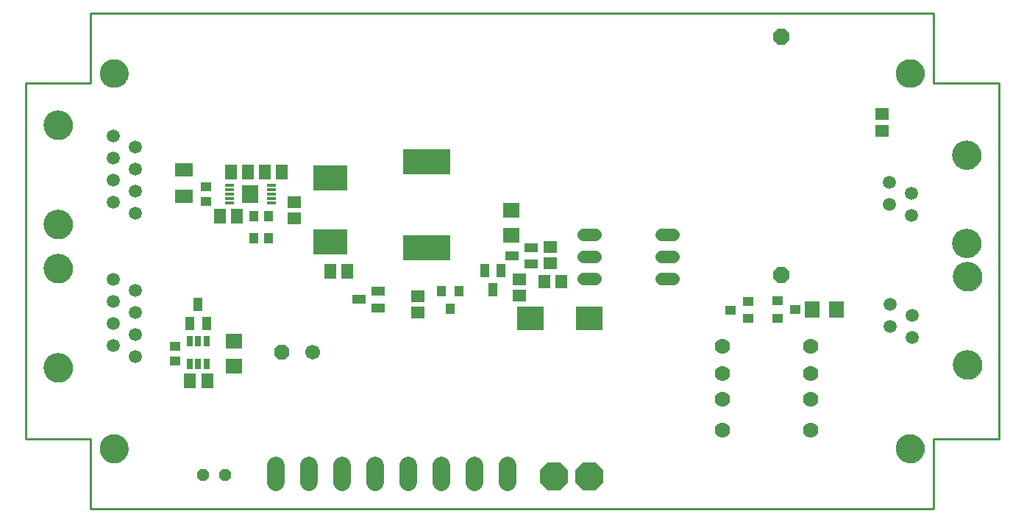
<source format=gts>
G75*
%MOIN*%
%OFA0B0*%
%FSLAX24Y24*%
%IPPOS*%
%LPD*%
%AMOC8*
5,1,8,0,0,1.08239X$1,22.5*
%
%ADD10C,0.0100*%
%ADD11C,0.0000*%
%ADD12C,0.1300*%
%ADD13R,0.0440X0.0160*%
%ADD14R,0.0720X0.0790*%
%ADD15R,0.0552X0.0670*%
%ADD16R,0.0473X0.0434*%
%ADD17R,0.0827X0.0631*%
%ADD18R,0.2166X0.1182*%
%ADD19R,0.1536X0.1142*%
%ADD20R,0.0631X0.0552*%
%ADD21R,0.0434X0.0473*%
%ADD22C,0.0590*%
%ADD23C,0.1320*%
%ADD24OC8,0.0745*%
%ADD25R,0.0670X0.0750*%
%ADD26R,0.0512X0.0434*%
%ADD27C,0.0700*%
%ADD28C,0.0560*%
%ADD29R,0.0552X0.0631*%
%ADD30R,0.0591X0.0434*%
%ADD31R,0.0750X0.0670*%
%ADD32R,0.0434X0.0591*%
%ADD33C,0.0808*%
%ADD34OC8,0.1290*%
%ADD35OC8,0.0560*%
%ADD36R,0.0276X0.0473*%
%ADD37R,0.1201X0.1103*%
%ADD38OC8,0.0670*%
%ADD39C,0.0670*%
%ADD40R,0.0434X0.0512*%
D10*
X004668Y002075D02*
X042857Y002075D01*
X042857Y005224D01*
X045810Y005224D01*
X045810Y021366D01*
X042857Y021366D01*
X042857Y024516D01*
X004668Y024516D01*
X004668Y021366D01*
X001715Y021366D01*
X001715Y005224D01*
X004668Y005224D01*
X004668Y002075D01*
D11*
X005091Y004781D02*
X005093Y004831D01*
X005099Y004881D01*
X005109Y004930D01*
X005123Y004978D01*
X005140Y005025D01*
X005161Y005070D01*
X005186Y005114D01*
X005214Y005155D01*
X005246Y005194D01*
X005280Y005231D01*
X005317Y005265D01*
X005357Y005295D01*
X005399Y005322D01*
X005443Y005346D01*
X005489Y005367D01*
X005536Y005383D01*
X005584Y005396D01*
X005634Y005405D01*
X005683Y005410D01*
X005734Y005411D01*
X005784Y005408D01*
X005833Y005401D01*
X005882Y005390D01*
X005930Y005375D01*
X005976Y005357D01*
X006021Y005335D01*
X006064Y005309D01*
X006105Y005280D01*
X006144Y005248D01*
X006180Y005213D01*
X006212Y005175D01*
X006242Y005135D01*
X006269Y005092D01*
X006292Y005048D01*
X006311Y005002D01*
X006327Y004954D01*
X006339Y004905D01*
X006347Y004856D01*
X006351Y004806D01*
X006351Y004756D01*
X006347Y004706D01*
X006339Y004657D01*
X006327Y004608D01*
X006311Y004560D01*
X006292Y004514D01*
X006269Y004470D01*
X006242Y004427D01*
X006212Y004387D01*
X006180Y004349D01*
X006144Y004314D01*
X006105Y004282D01*
X006064Y004253D01*
X006021Y004227D01*
X005976Y004205D01*
X005930Y004187D01*
X005882Y004172D01*
X005833Y004161D01*
X005784Y004154D01*
X005734Y004151D01*
X005683Y004152D01*
X005634Y004157D01*
X005584Y004166D01*
X005536Y004179D01*
X005489Y004195D01*
X005443Y004216D01*
X005399Y004240D01*
X005357Y004267D01*
X005317Y004297D01*
X005280Y004331D01*
X005246Y004368D01*
X005214Y004407D01*
X005186Y004448D01*
X005161Y004492D01*
X005140Y004537D01*
X005123Y004584D01*
X005109Y004632D01*
X005099Y004681D01*
X005093Y004731D01*
X005091Y004781D01*
X002550Y008452D02*
X002552Y008502D01*
X002558Y008552D01*
X002568Y008601D01*
X002581Y008650D01*
X002599Y008697D01*
X002620Y008743D01*
X002644Y008786D01*
X002672Y008828D01*
X002703Y008868D01*
X002737Y008905D01*
X002774Y008939D01*
X002814Y008970D01*
X002856Y008998D01*
X002899Y009022D01*
X002945Y009043D01*
X002992Y009061D01*
X003041Y009074D01*
X003090Y009084D01*
X003140Y009090D01*
X003190Y009092D01*
X003240Y009090D01*
X003290Y009084D01*
X003339Y009074D01*
X003388Y009061D01*
X003435Y009043D01*
X003481Y009022D01*
X003524Y008998D01*
X003566Y008970D01*
X003606Y008939D01*
X003643Y008905D01*
X003677Y008868D01*
X003708Y008828D01*
X003736Y008786D01*
X003760Y008743D01*
X003781Y008697D01*
X003799Y008650D01*
X003812Y008601D01*
X003822Y008552D01*
X003828Y008502D01*
X003830Y008452D01*
X003828Y008402D01*
X003822Y008352D01*
X003812Y008303D01*
X003799Y008254D01*
X003781Y008207D01*
X003760Y008161D01*
X003736Y008118D01*
X003708Y008076D01*
X003677Y008036D01*
X003643Y007999D01*
X003606Y007965D01*
X003566Y007934D01*
X003524Y007906D01*
X003481Y007882D01*
X003435Y007861D01*
X003388Y007843D01*
X003339Y007830D01*
X003290Y007820D01*
X003240Y007814D01*
X003190Y007812D01*
X003140Y007814D01*
X003090Y007820D01*
X003041Y007830D01*
X002992Y007843D01*
X002945Y007861D01*
X002899Y007882D01*
X002856Y007906D01*
X002814Y007934D01*
X002774Y007965D01*
X002737Y007999D01*
X002703Y008036D01*
X002672Y008076D01*
X002644Y008118D01*
X002620Y008161D01*
X002599Y008207D01*
X002581Y008254D01*
X002568Y008303D01*
X002558Y008352D01*
X002552Y008402D01*
X002550Y008452D01*
X002550Y012952D02*
X002552Y013002D01*
X002558Y013052D01*
X002568Y013101D01*
X002581Y013150D01*
X002599Y013197D01*
X002620Y013243D01*
X002644Y013286D01*
X002672Y013328D01*
X002703Y013368D01*
X002737Y013405D01*
X002774Y013439D01*
X002814Y013470D01*
X002856Y013498D01*
X002899Y013522D01*
X002945Y013543D01*
X002992Y013561D01*
X003041Y013574D01*
X003090Y013584D01*
X003140Y013590D01*
X003190Y013592D01*
X003240Y013590D01*
X003290Y013584D01*
X003339Y013574D01*
X003388Y013561D01*
X003435Y013543D01*
X003481Y013522D01*
X003524Y013498D01*
X003566Y013470D01*
X003606Y013439D01*
X003643Y013405D01*
X003677Y013368D01*
X003708Y013328D01*
X003736Y013286D01*
X003760Y013243D01*
X003781Y013197D01*
X003799Y013150D01*
X003812Y013101D01*
X003822Y013052D01*
X003828Y013002D01*
X003830Y012952D01*
X003828Y012902D01*
X003822Y012852D01*
X003812Y012803D01*
X003799Y012754D01*
X003781Y012707D01*
X003760Y012661D01*
X003736Y012618D01*
X003708Y012576D01*
X003677Y012536D01*
X003643Y012499D01*
X003606Y012465D01*
X003566Y012434D01*
X003524Y012406D01*
X003481Y012382D01*
X003435Y012361D01*
X003388Y012343D01*
X003339Y012330D01*
X003290Y012320D01*
X003240Y012314D01*
X003190Y012312D01*
X003140Y012314D01*
X003090Y012320D01*
X003041Y012330D01*
X002992Y012343D01*
X002945Y012361D01*
X002899Y012382D01*
X002856Y012406D01*
X002814Y012434D01*
X002774Y012465D01*
X002737Y012499D01*
X002703Y012536D01*
X002672Y012576D01*
X002644Y012618D01*
X002620Y012661D01*
X002599Y012707D01*
X002581Y012754D01*
X002568Y012803D01*
X002558Y012852D01*
X002552Y012902D01*
X002550Y012952D01*
X002550Y014952D02*
X002552Y015002D01*
X002558Y015052D01*
X002568Y015101D01*
X002581Y015150D01*
X002599Y015197D01*
X002620Y015243D01*
X002644Y015286D01*
X002672Y015328D01*
X002703Y015368D01*
X002737Y015405D01*
X002774Y015439D01*
X002814Y015470D01*
X002856Y015498D01*
X002899Y015522D01*
X002945Y015543D01*
X002992Y015561D01*
X003041Y015574D01*
X003090Y015584D01*
X003140Y015590D01*
X003190Y015592D01*
X003240Y015590D01*
X003290Y015584D01*
X003339Y015574D01*
X003388Y015561D01*
X003435Y015543D01*
X003481Y015522D01*
X003524Y015498D01*
X003566Y015470D01*
X003606Y015439D01*
X003643Y015405D01*
X003677Y015368D01*
X003708Y015328D01*
X003736Y015286D01*
X003760Y015243D01*
X003781Y015197D01*
X003799Y015150D01*
X003812Y015101D01*
X003822Y015052D01*
X003828Y015002D01*
X003830Y014952D01*
X003828Y014902D01*
X003822Y014852D01*
X003812Y014803D01*
X003799Y014754D01*
X003781Y014707D01*
X003760Y014661D01*
X003736Y014618D01*
X003708Y014576D01*
X003677Y014536D01*
X003643Y014499D01*
X003606Y014465D01*
X003566Y014434D01*
X003524Y014406D01*
X003481Y014382D01*
X003435Y014361D01*
X003388Y014343D01*
X003339Y014330D01*
X003290Y014320D01*
X003240Y014314D01*
X003190Y014312D01*
X003140Y014314D01*
X003090Y014320D01*
X003041Y014330D01*
X002992Y014343D01*
X002945Y014361D01*
X002899Y014382D01*
X002856Y014406D01*
X002814Y014434D01*
X002774Y014465D01*
X002737Y014499D01*
X002703Y014536D01*
X002672Y014576D01*
X002644Y014618D01*
X002620Y014661D01*
X002599Y014707D01*
X002581Y014754D01*
X002568Y014803D01*
X002558Y014852D01*
X002552Y014902D01*
X002550Y014952D01*
X002550Y019452D02*
X002552Y019502D01*
X002558Y019552D01*
X002568Y019601D01*
X002581Y019650D01*
X002599Y019697D01*
X002620Y019743D01*
X002644Y019786D01*
X002672Y019828D01*
X002703Y019868D01*
X002737Y019905D01*
X002774Y019939D01*
X002814Y019970D01*
X002856Y019998D01*
X002899Y020022D01*
X002945Y020043D01*
X002992Y020061D01*
X003041Y020074D01*
X003090Y020084D01*
X003140Y020090D01*
X003190Y020092D01*
X003240Y020090D01*
X003290Y020084D01*
X003339Y020074D01*
X003388Y020061D01*
X003435Y020043D01*
X003481Y020022D01*
X003524Y019998D01*
X003566Y019970D01*
X003606Y019939D01*
X003643Y019905D01*
X003677Y019868D01*
X003708Y019828D01*
X003736Y019786D01*
X003760Y019743D01*
X003781Y019697D01*
X003799Y019650D01*
X003812Y019601D01*
X003822Y019552D01*
X003828Y019502D01*
X003830Y019452D01*
X003828Y019402D01*
X003822Y019352D01*
X003812Y019303D01*
X003799Y019254D01*
X003781Y019207D01*
X003760Y019161D01*
X003736Y019118D01*
X003708Y019076D01*
X003677Y019036D01*
X003643Y018999D01*
X003606Y018965D01*
X003566Y018934D01*
X003524Y018906D01*
X003481Y018882D01*
X003435Y018861D01*
X003388Y018843D01*
X003339Y018830D01*
X003290Y018820D01*
X003240Y018814D01*
X003190Y018812D01*
X003140Y018814D01*
X003090Y018820D01*
X003041Y018830D01*
X002992Y018843D01*
X002945Y018861D01*
X002899Y018882D01*
X002856Y018906D01*
X002814Y018934D01*
X002774Y018965D01*
X002737Y018999D01*
X002703Y019036D01*
X002672Y019076D01*
X002644Y019118D01*
X002620Y019161D01*
X002599Y019207D01*
X002581Y019254D01*
X002568Y019303D01*
X002558Y019352D01*
X002552Y019402D01*
X002550Y019452D01*
X005091Y021809D02*
X005093Y021859D01*
X005099Y021909D01*
X005109Y021958D01*
X005123Y022006D01*
X005140Y022053D01*
X005161Y022098D01*
X005186Y022142D01*
X005214Y022183D01*
X005246Y022222D01*
X005280Y022259D01*
X005317Y022293D01*
X005357Y022323D01*
X005399Y022350D01*
X005443Y022374D01*
X005489Y022395D01*
X005536Y022411D01*
X005584Y022424D01*
X005634Y022433D01*
X005683Y022438D01*
X005734Y022439D01*
X005784Y022436D01*
X005833Y022429D01*
X005882Y022418D01*
X005930Y022403D01*
X005976Y022385D01*
X006021Y022363D01*
X006064Y022337D01*
X006105Y022308D01*
X006144Y022276D01*
X006180Y022241D01*
X006212Y022203D01*
X006242Y022163D01*
X006269Y022120D01*
X006292Y022076D01*
X006311Y022030D01*
X006327Y021982D01*
X006339Y021933D01*
X006347Y021884D01*
X006351Y021834D01*
X006351Y021784D01*
X006347Y021734D01*
X006339Y021685D01*
X006327Y021636D01*
X006311Y021588D01*
X006292Y021542D01*
X006269Y021498D01*
X006242Y021455D01*
X006212Y021415D01*
X006180Y021377D01*
X006144Y021342D01*
X006105Y021310D01*
X006064Y021281D01*
X006021Y021255D01*
X005976Y021233D01*
X005930Y021215D01*
X005882Y021200D01*
X005833Y021189D01*
X005784Y021182D01*
X005734Y021179D01*
X005683Y021180D01*
X005634Y021185D01*
X005584Y021194D01*
X005536Y021207D01*
X005489Y021223D01*
X005443Y021244D01*
X005399Y021268D01*
X005357Y021295D01*
X005317Y021325D01*
X005280Y021359D01*
X005246Y021396D01*
X005214Y021435D01*
X005186Y021476D01*
X005161Y021520D01*
X005140Y021565D01*
X005123Y021612D01*
X005109Y021660D01*
X005099Y021709D01*
X005093Y021759D01*
X005091Y021809D01*
X041174Y021809D02*
X041176Y021859D01*
X041182Y021909D01*
X041192Y021958D01*
X041206Y022006D01*
X041223Y022053D01*
X041244Y022098D01*
X041269Y022142D01*
X041297Y022183D01*
X041329Y022222D01*
X041363Y022259D01*
X041400Y022293D01*
X041440Y022323D01*
X041482Y022350D01*
X041526Y022374D01*
X041572Y022395D01*
X041619Y022411D01*
X041667Y022424D01*
X041717Y022433D01*
X041766Y022438D01*
X041817Y022439D01*
X041867Y022436D01*
X041916Y022429D01*
X041965Y022418D01*
X042013Y022403D01*
X042059Y022385D01*
X042104Y022363D01*
X042147Y022337D01*
X042188Y022308D01*
X042227Y022276D01*
X042263Y022241D01*
X042295Y022203D01*
X042325Y022163D01*
X042352Y022120D01*
X042375Y022076D01*
X042394Y022030D01*
X042410Y021982D01*
X042422Y021933D01*
X042430Y021884D01*
X042434Y021834D01*
X042434Y021784D01*
X042430Y021734D01*
X042422Y021685D01*
X042410Y021636D01*
X042394Y021588D01*
X042375Y021542D01*
X042352Y021498D01*
X042325Y021455D01*
X042295Y021415D01*
X042263Y021377D01*
X042227Y021342D01*
X042188Y021310D01*
X042147Y021281D01*
X042104Y021255D01*
X042059Y021233D01*
X042013Y021215D01*
X041965Y021200D01*
X041916Y021189D01*
X041867Y021182D01*
X041817Y021179D01*
X041766Y021180D01*
X041717Y021185D01*
X041667Y021194D01*
X041619Y021207D01*
X041572Y021223D01*
X041526Y021244D01*
X041482Y021268D01*
X041440Y021295D01*
X041400Y021325D01*
X041363Y021359D01*
X041329Y021396D01*
X041297Y021435D01*
X041269Y021476D01*
X041244Y021520D01*
X041223Y021565D01*
X041206Y021612D01*
X041192Y021660D01*
X041182Y021709D01*
X041176Y021759D01*
X041174Y021809D01*
X043718Y018102D02*
X043720Y018152D01*
X043726Y018202D01*
X043736Y018251D01*
X043749Y018300D01*
X043767Y018347D01*
X043788Y018393D01*
X043812Y018436D01*
X043840Y018478D01*
X043871Y018518D01*
X043905Y018555D01*
X043942Y018589D01*
X043982Y018620D01*
X044024Y018648D01*
X044067Y018672D01*
X044113Y018693D01*
X044160Y018711D01*
X044209Y018724D01*
X044258Y018734D01*
X044308Y018740D01*
X044358Y018742D01*
X044408Y018740D01*
X044458Y018734D01*
X044507Y018724D01*
X044556Y018711D01*
X044603Y018693D01*
X044649Y018672D01*
X044692Y018648D01*
X044734Y018620D01*
X044774Y018589D01*
X044811Y018555D01*
X044845Y018518D01*
X044876Y018478D01*
X044904Y018436D01*
X044928Y018393D01*
X044949Y018347D01*
X044967Y018300D01*
X044980Y018251D01*
X044990Y018202D01*
X044996Y018152D01*
X044998Y018102D01*
X044996Y018052D01*
X044990Y018002D01*
X044980Y017953D01*
X044967Y017904D01*
X044949Y017857D01*
X044928Y017811D01*
X044904Y017768D01*
X044876Y017726D01*
X044845Y017686D01*
X044811Y017649D01*
X044774Y017615D01*
X044734Y017584D01*
X044692Y017556D01*
X044649Y017532D01*
X044603Y017511D01*
X044556Y017493D01*
X044507Y017480D01*
X044458Y017470D01*
X044408Y017464D01*
X044358Y017462D01*
X044308Y017464D01*
X044258Y017470D01*
X044209Y017480D01*
X044160Y017493D01*
X044113Y017511D01*
X044067Y017532D01*
X044024Y017556D01*
X043982Y017584D01*
X043942Y017615D01*
X043905Y017649D01*
X043871Y017686D01*
X043840Y017726D01*
X043812Y017768D01*
X043788Y017811D01*
X043767Y017857D01*
X043749Y017904D01*
X043736Y017953D01*
X043726Y018002D01*
X043720Y018052D01*
X043718Y018102D01*
X043718Y014102D02*
X043720Y014152D01*
X043726Y014202D01*
X043736Y014251D01*
X043749Y014300D01*
X043767Y014347D01*
X043788Y014393D01*
X043812Y014436D01*
X043840Y014478D01*
X043871Y014518D01*
X043905Y014555D01*
X043942Y014589D01*
X043982Y014620D01*
X044024Y014648D01*
X044067Y014672D01*
X044113Y014693D01*
X044160Y014711D01*
X044209Y014724D01*
X044258Y014734D01*
X044308Y014740D01*
X044358Y014742D01*
X044408Y014740D01*
X044458Y014734D01*
X044507Y014724D01*
X044556Y014711D01*
X044603Y014693D01*
X044649Y014672D01*
X044692Y014648D01*
X044734Y014620D01*
X044774Y014589D01*
X044811Y014555D01*
X044845Y014518D01*
X044876Y014478D01*
X044904Y014436D01*
X044928Y014393D01*
X044949Y014347D01*
X044967Y014300D01*
X044980Y014251D01*
X044990Y014202D01*
X044996Y014152D01*
X044998Y014102D01*
X044996Y014052D01*
X044990Y014002D01*
X044980Y013953D01*
X044967Y013904D01*
X044949Y013857D01*
X044928Y013811D01*
X044904Y013768D01*
X044876Y013726D01*
X044845Y013686D01*
X044811Y013649D01*
X044774Y013615D01*
X044734Y013584D01*
X044692Y013556D01*
X044649Y013532D01*
X044603Y013511D01*
X044556Y013493D01*
X044507Y013480D01*
X044458Y013470D01*
X044408Y013464D01*
X044358Y013462D01*
X044308Y013464D01*
X044258Y013470D01*
X044209Y013480D01*
X044160Y013493D01*
X044113Y013511D01*
X044067Y013532D01*
X044024Y013556D01*
X043982Y013584D01*
X043942Y013615D01*
X043905Y013649D01*
X043871Y013686D01*
X043840Y013726D01*
X043812Y013768D01*
X043788Y013811D01*
X043767Y013857D01*
X043749Y013904D01*
X043736Y013953D01*
X043726Y014002D01*
X043720Y014052D01*
X043718Y014102D01*
X043762Y012585D02*
X043764Y012635D01*
X043770Y012685D01*
X043780Y012734D01*
X043793Y012783D01*
X043811Y012830D01*
X043832Y012876D01*
X043856Y012919D01*
X043884Y012961D01*
X043915Y013001D01*
X043949Y013038D01*
X043986Y013072D01*
X044026Y013103D01*
X044068Y013131D01*
X044111Y013155D01*
X044157Y013176D01*
X044204Y013194D01*
X044253Y013207D01*
X044302Y013217D01*
X044352Y013223D01*
X044402Y013225D01*
X044452Y013223D01*
X044502Y013217D01*
X044551Y013207D01*
X044600Y013194D01*
X044647Y013176D01*
X044693Y013155D01*
X044736Y013131D01*
X044778Y013103D01*
X044818Y013072D01*
X044855Y013038D01*
X044889Y013001D01*
X044920Y012961D01*
X044948Y012919D01*
X044972Y012876D01*
X044993Y012830D01*
X045011Y012783D01*
X045024Y012734D01*
X045034Y012685D01*
X045040Y012635D01*
X045042Y012585D01*
X045040Y012535D01*
X045034Y012485D01*
X045024Y012436D01*
X045011Y012387D01*
X044993Y012340D01*
X044972Y012294D01*
X044948Y012251D01*
X044920Y012209D01*
X044889Y012169D01*
X044855Y012132D01*
X044818Y012098D01*
X044778Y012067D01*
X044736Y012039D01*
X044693Y012015D01*
X044647Y011994D01*
X044600Y011976D01*
X044551Y011963D01*
X044502Y011953D01*
X044452Y011947D01*
X044402Y011945D01*
X044352Y011947D01*
X044302Y011953D01*
X044253Y011963D01*
X044204Y011976D01*
X044157Y011994D01*
X044111Y012015D01*
X044068Y012039D01*
X044026Y012067D01*
X043986Y012098D01*
X043949Y012132D01*
X043915Y012169D01*
X043884Y012209D01*
X043856Y012251D01*
X043832Y012294D01*
X043811Y012340D01*
X043793Y012387D01*
X043780Y012436D01*
X043770Y012485D01*
X043764Y012535D01*
X043762Y012585D01*
X043762Y008585D02*
X043764Y008635D01*
X043770Y008685D01*
X043780Y008734D01*
X043793Y008783D01*
X043811Y008830D01*
X043832Y008876D01*
X043856Y008919D01*
X043884Y008961D01*
X043915Y009001D01*
X043949Y009038D01*
X043986Y009072D01*
X044026Y009103D01*
X044068Y009131D01*
X044111Y009155D01*
X044157Y009176D01*
X044204Y009194D01*
X044253Y009207D01*
X044302Y009217D01*
X044352Y009223D01*
X044402Y009225D01*
X044452Y009223D01*
X044502Y009217D01*
X044551Y009207D01*
X044600Y009194D01*
X044647Y009176D01*
X044693Y009155D01*
X044736Y009131D01*
X044778Y009103D01*
X044818Y009072D01*
X044855Y009038D01*
X044889Y009001D01*
X044920Y008961D01*
X044948Y008919D01*
X044972Y008876D01*
X044993Y008830D01*
X045011Y008783D01*
X045024Y008734D01*
X045034Y008685D01*
X045040Y008635D01*
X045042Y008585D01*
X045040Y008535D01*
X045034Y008485D01*
X045024Y008436D01*
X045011Y008387D01*
X044993Y008340D01*
X044972Y008294D01*
X044948Y008251D01*
X044920Y008209D01*
X044889Y008169D01*
X044855Y008132D01*
X044818Y008098D01*
X044778Y008067D01*
X044736Y008039D01*
X044693Y008015D01*
X044647Y007994D01*
X044600Y007976D01*
X044551Y007963D01*
X044502Y007953D01*
X044452Y007947D01*
X044402Y007945D01*
X044352Y007947D01*
X044302Y007953D01*
X044253Y007963D01*
X044204Y007976D01*
X044157Y007994D01*
X044111Y008015D01*
X044068Y008039D01*
X044026Y008067D01*
X043986Y008098D01*
X043949Y008132D01*
X043915Y008169D01*
X043884Y008209D01*
X043856Y008251D01*
X043832Y008294D01*
X043811Y008340D01*
X043793Y008387D01*
X043780Y008436D01*
X043770Y008485D01*
X043764Y008535D01*
X043762Y008585D01*
X041174Y004781D02*
X041176Y004831D01*
X041182Y004881D01*
X041192Y004930D01*
X041206Y004978D01*
X041223Y005025D01*
X041244Y005070D01*
X041269Y005114D01*
X041297Y005155D01*
X041329Y005194D01*
X041363Y005231D01*
X041400Y005265D01*
X041440Y005295D01*
X041482Y005322D01*
X041526Y005346D01*
X041572Y005367D01*
X041619Y005383D01*
X041667Y005396D01*
X041717Y005405D01*
X041766Y005410D01*
X041817Y005411D01*
X041867Y005408D01*
X041916Y005401D01*
X041965Y005390D01*
X042013Y005375D01*
X042059Y005357D01*
X042104Y005335D01*
X042147Y005309D01*
X042188Y005280D01*
X042227Y005248D01*
X042263Y005213D01*
X042295Y005175D01*
X042325Y005135D01*
X042352Y005092D01*
X042375Y005048D01*
X042394Y005002D01*
X042410Y004954D01*
X042422Y004905D01*
X042430Y004856D01*
X042434Y004806D01*
X042434Y004756D01*
X042430Y004706D01*
X042422Y004657D01*
X042410Y004608D01*
X042394Y004560D01*
X042375Y004514D01*
X042352Y004470D01*
X042325Y004427D01*
X042295Y004387D01*
X042263Y004349D01*
X042227Y004314D01*
X042188Y004282D01*
X042147Y004253D01*
X042104Y004227D01*
X042059Y004205D01*
X042013Y004187D01*
X041965Y004172D01*
X041916Y004161D01*
X041867Y004154D01*
X041817Y004151D01*
X041766Y004152D01*
X041717Y004157D01*
X041667Y004166D01*
X041619Y004179D01*
X041572Y004195D01*
X041526Y004216D01*
X041482Y004240D01*
X041440Y004267D01*
X041400Y004297D01*
X041363Y004331D01*
X041329Y004368D01*
X041297Y004407D01*
X041269Y004448D01*
X041244Y004492D01*
X041223Y004537D01*
X041206Y004584D01*
X041192Y004632D01*
X041182Y004681D01*
X041176Y004731D01*
X041174Y004781D01*
D12*
X041804Y004781D03*
X041804Y021809D03*
X005721Y021809D03*
X005721Y004781D03*
D13*
X010959Y015940D03*
X010959Y016137D03*
X010959Y016334D03*
X010959Y016531D03*
X010959Y016728D03*
X012849Y016728D03*
X012849Y016531D03*
X012849Y016334D03*
X012849Y016137D03*
X012849Y015940D03*
D14*
X011904Y016334D03*
D15*
X011798Y017334D03*
X011011Y017334D03*
X012552Y017318D03*
X013340Y017318D03*
X011298Y015334D03*
X010511Y015334D03*
X015511Y012834D03*
X016298Y012834D03*
X009948Y007863D03*
X009161Y007863D03*
D16*
X008493Y008747D03*
X008493Y009416D03*
X009904Y015999D03*
X009904Y016669D03*
D17*
X008904Y016243D03*
X008904Y017424D03*
D18*
X019904Y017783D03*
X019904Y013885D03*
D19*
X015540Y014148D03*
X015540Y017061D03*
D20*
X013889Y015974D03*
X013889Y015226D03*
X019494Y011705D03*
X019494Y010957D03*
X024107Y011728D03*
X024107Y012476D03*
X025509Y013185D03*
X025509Y013933D03*
X040528Y019204D03*
X040528Y019952D03*
D21*
X012739Y015334D03*
X012070Y015334D03*
X012070Y014334D03*
X012739Y014334D03*
D22*
X006690Y015452D03*
X005690Y015952D03*
X006690Y016452D03*
X005690Y016952D03*
X006690Y017452D03*
X005690Y017952D03*
X006690Y018452D03*
X005690Y018952D03*
X005690Y012452D03*
X006690Y011952D03*
X005690Y011452D03*
X006690Y010952D03*
X005690Y010452D03*
X006690Y009952D03*
X005690Y009452D03*
X006690Y008952D03*
X040902Y010335D03*
X041902Y010835D03*
X040902Y011335D03*
X041902Y009835D03*
X041858Y015352D03*
X040858Y015852D03*
X041858Y016352D03*
X040858Y016852D03*
D23*
X044358Y018102D03*
X044358Y014102D03*
X044402Y012585D03*
X044402Y008585D03*
X003190Y008452D03*
X003190Y012952D03*
X003190Y014952D03*
X003190Y019452D03*
D24*
X035971Y023457D03*
X035971Y012657D03*
D25*
X037348Y011100D03*
X038467Y011100D03*
D26*
X036590Y011102D03*
X035802Y011495D03*
X035802Y010708D03*
X034463Y010682D03*
X033675Y011076D03*
X034463Y011469D03*
D27*
X033292Y009425D03*
X033284Y008187D03*
X033292Y007012D03*
X033283Y005612D03*
X037283Y005612D03*
X037292Y007012D03*
X037284Y008187D03*
X037292Y009425D03*
D28*
X031047Y012483D02*
X030527Y012483D01*
X030527Y013483D02*
X031047Y013483D01*
X031047Y014483D02*
X030527Y014483D01*
X027527Y014483D02*
X027007Y014483D01*
X027007Y013483D02*
X027527Y013483D01*
X027527Y012483D02*
X027007Y012483D01*
D29*
X025980Y012361D03*
X025232Y012361D03*
D30*
X024611Y013159D03*
X023745Y013533D03*
X024611Y013907D03*
X017686Y011924D03*
X016820Y011550D03*
X017686Y011176D03*
D31*
X023743Y014459D03*
X023743Y015579D03*
X011156Y009645D03*
X011156Y008526D03*
D32*
X009914Y010470D03*
X009166Y010470D03*
X009540Y011336D03*
X022520Y012853D03*
X023268Y012853D03*
X022894Y011987D03*
D33*
X023571Y004033D02*
X023571Y003266D01*
X022071Y003266D02*
X022071Y004033D01*
X020571Y004033D02*
X020571Y003266D01*
X019071Y003266D02*
X019071Y004033D01*
X017571Y004033D02*
X017571Y003266D01*
X016071Y003266D02*
X016071Y004033D01*
X014571Y004033D02*
X014571Y003266D01*
X013071Y003266D02*
X013071Y004033D01*
D34*
X025667Y003542D03*
X027275Y003537D03*
D35*
X010744Y003610D03*
X009744Y003610D03*
D36*
X009914Y008613D03*
X009540Y008613D03*
X009166Y008613D03*
X009166Y009676D03*
X009540Y009676D03*
X009914Y009676D03*
D37*
X024594Y010685D03*
X027251Y010685D03*
D38*
X013326Y009147D03*
D39*
X014726Y009147D03*
D40*
X020562Y011923D03*
X021349Y011923D03*
X020956Y011136D03*
M02*

</source>
